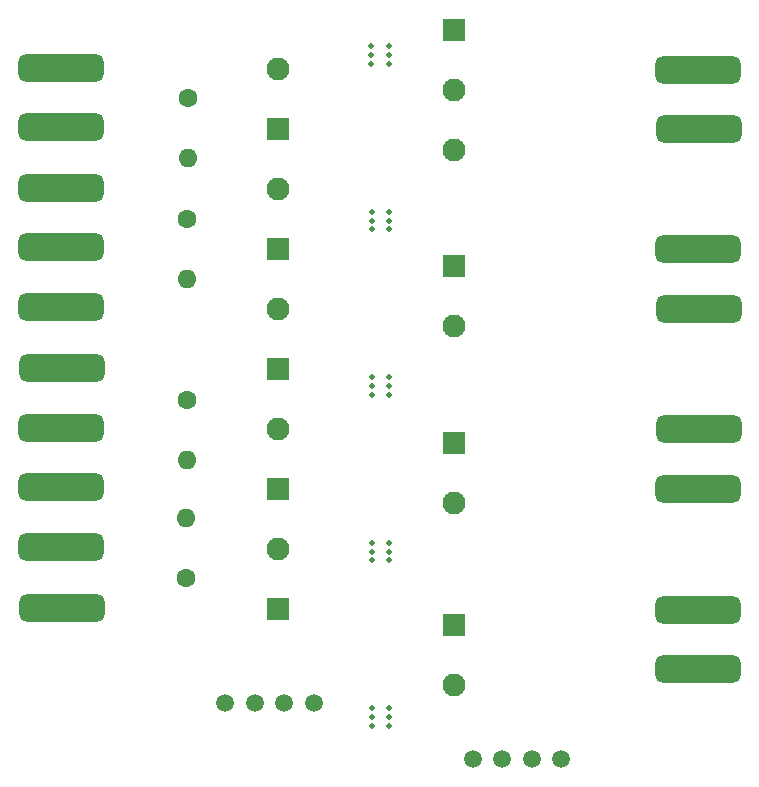
<source format=gbr>
%TF.GenerationSoftware,KiCad,Pcbnew,7.0.11*%
%TF.CreationDate,2024-11-29T15:02:49-05:00*%
%TF.ProjectId,14.1.5 - PMOS - PLC Connector Combined,31342e31-2e35-4202-9d20-504d4f53202d,rev?*%
%TF.SameCoordinates,Original*%
%TF.FileFunction,Soldermask,Bot*%
%TF.FilePolarity,Negative*%
%FSLAX46Y46*%
G04 Gerber Fmt 4.6, Leading zero omitted, Abs format (unit mm)*
G04 Created by KiCad (PCBNEW 7.0.11) date 2024-11-29 15:02:49*
%MOMM*%
%LPD*%
G01*
G04 APERTURE LIST*
G04 Aperture macros list*
%AMRoundRect*
0 Rectangle with rounded corners*
0 $1 Rounding radius*
0 $2 $3 $4 $5 $6 $7 $8 $9 X,Y pos of 4 corners*
0 Add a 4 corners polygon primitive as box body*
4,1,4,$2,$3,$4,$5,$6,$7,$8,$9,$2,$3,0*
0 Add four circle primitives for the rounded corners*
1,1,$1+$1,$2,$3*
1,1,$1+$1,$4,$5*
1,1,$1+$1,$6,$7*
1,1,$1+$1,$8,$9*
0 Add four rect primitives between the rounded corners*
20,1,$1+$1,$2,$3,$4,$5,0*
20,1,$1+$1,$4,$5,$6,$7,0*
20,1,$1+$1,$6,$7,$8,$9,0*
20,1,$1+$1,$8,$9,$2,$3,0*%
G04 Aperture macros list end*
%ADD10R,1.950000X1.950000*%
%ADD11C,1.950000*%
%ADD12C,0.500000*%
%ADD13C,1.600000*%
%ADD14O,1.600000X1.600000*%
%ADD15C,1.498600*%
%ADD16RoundRect,0.572500X3.045750X0.572500X-3.045750X0.572500X-3.045750X-0.572500X3.045750X-0.572500X0*%
G04 APERTURE END LIST*
D10*
%TO.C,J317*%
X107500000Y-89000000D03*
D11*
X107500000Y-94080000D03*
%TD*%
D12*
%TO.C,mouse-bite-2mm-slot*%
X100550000Y-85890000D03*
X102050000Y-85890000D03*
X100550000Y-85140000D03*
X102050000Y-85140000D03*
X100550000Y-84390000D03*
X102050000Y-84390000D03*
%TD*%
%TO.C,mouse-bite-2mm-slot*%
X100550000Y-127950000D03*
X102050000Y-127950000D03*
X100550000Y-127200000D03*
X102050000Y-127200000D03*
X100550000Y-126450000D03*
X102050000Y-126450000D03*
%TD*%
D13*
%TO.C,R204*%
X85008250Y-74782224D03*
D14*
X85008250Y-79862224D03*
%TD*%
D10*
%TO.C,J222*%
X92640000Y-97740000D03*
D11*
X92640000Y-92660000D03*
%TD*%
D13*
%TO.C,R202*%
X84918250Y-100297224D03*
D14*
X84918250Y-105377224D03*
%TD*%
D10*
%TO.C,J224*%
X92640000Y-118060000D03*
D11*
X92640000Y-112980000D03*
%TD*%
D10*
%TO.C,J320*%
X107500000Y-104000000D03*
D11*
X107500000Y-109080000D03*
%TD*%
D13*
%TO.C,R201*%
X84878250Y-115392224D03*
D14*
X84878250Y-110312224D03*
%TD*%
D15*
%TO.C,J226*%
X95660000Y-125970000D03*
X93160000Y-125970000D03*
X90660000Y-125970000D03*
X88160000Y-125970000D03*
%TD*%
D10*
%TO.C,J318*%
X107500000Y-69000000D03*
D11*
X107500000Y-74080000D03*
X107500000Y-79160000D03*
%TD*%
D12*
%TO.C,mouse-bite-2mm-slot*%
X100550000Y-99910000D03*
X102050000Y-99910000D03*
X100550000Y-99160000D03*
X102050000Y-99160000D03*
X100550000Y-98410000D03*
X102050000Y-98410000D03*
%TD*%
%TO.C,mouse-bite-2mm-slot*%
X100550000Y-113920000D03*
X102050000Y-113920000D03*
X100550000Y-113170000D03*
X102050000Y-113170000D03*
X100550000Y-112420000D03*
X102050000Y-112420000D03*
%TD*%
D13*
%TO.C,R203*%
X84918250Y-85002224D03*
D14*
X84918250Y-90082224D03*
%TD*%
D10*
%TO.C,J221*%
X92640000Y-107900000D03*
D11*
X92640000Y-102820000D03*
%TD*%
D10*
%TO.C,J223*%
X92640000Y-77420000D03*
D11*
X92640000Y-72340000D03*
%TD*%
D10*
%TO.C,J225*%
X92640000Y-87580000D03*
D11*
X92640000Y-82500000D03*
%TD*%
D12*
%TO.C,mouse-bite-2mm-slot*%
X100540000Y-71860000D03*
X102040000Y-71860000D03*
X100540000Y-71110000D03*
X102040000Y-71110000D03*
X100540000Y-70360000D03*
X102040000Y-70360000D03*
%TD*%
D10*
%TO.C,J319*%
X107500000Y-119400000D03*
D11*
X107500000Y-124480000D03*
%TD*%
D15*
%TO.C,J321*%
X116620000Y-130760000D03*
X114120000Y-130760000D03*
X111620000Y-130760000D03*
X109120000Y-130760000D03*
%TD*%
D16*
%TO.C,J304*%
X128220000Y-72350000D03*
%TD*%
%TO.C,J212*%
X74258250Y-112817224D03*
%TD*%
%TO.C,J216*%
X74268250Y-92497224D03*
%TD*%
%TO.C,J213*%
X74268250Y-107737224D03*
%TD*%
%TO.C,J217*%
X74268250Y-87407224D03*
%TD*%
%TO.C,J308*%
X128220000Y-118070000D03*
%TD*%
%TO.C,J219*%
X74238250Y-77247224D03*
%TD*%
%TO.C,J211*%
X74340000Y-117907224D03*
%TD*%
%TO.C,J312*%
X128220000Y-87570000D03*
%TD*%
%TO.C,J316*%
X128230000Y-102800000D03*
%TD*%
%TO.C,J214*%
X74258250Y-102667224D03*
%TD*%
%TO.C,J305*%
X128230000Y-92650000D03*
%TD*%
%TO.C,J301*%
X128220000Y-123130000D03*
%TD*%
%TO.C,J215*%
X74320000Y-97580000D03*
%TD*%
%TO.C,J303*%
X128240000Y-77410000D03*
%TD*%
%TO.C,J313*%
X128220000Y-107900000D03*
%TD*%
%TO.C,J218*%
X74258250Y-82347224D03*
%TD*%
%TO.C,J220*%
X74238250Y-72187224D03*
%TD*%
M02*

</source>
